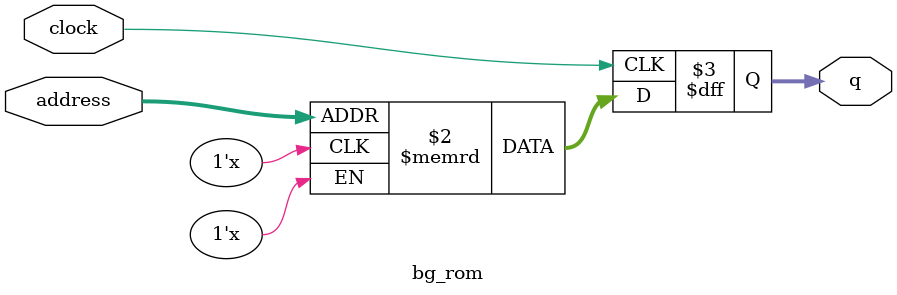
<source format=sv>
module bg_rom (
	input logic clock,
	input logic [18:0] address,
	output logic [4:0] q
);

logic [4:0] memory [0:307199] /* synthesis ram_init_file = "./bg/bg.COE" */;

always_ff @ (posedge clock) begin
	q <= memory[address];
end

endmodule

</source>
